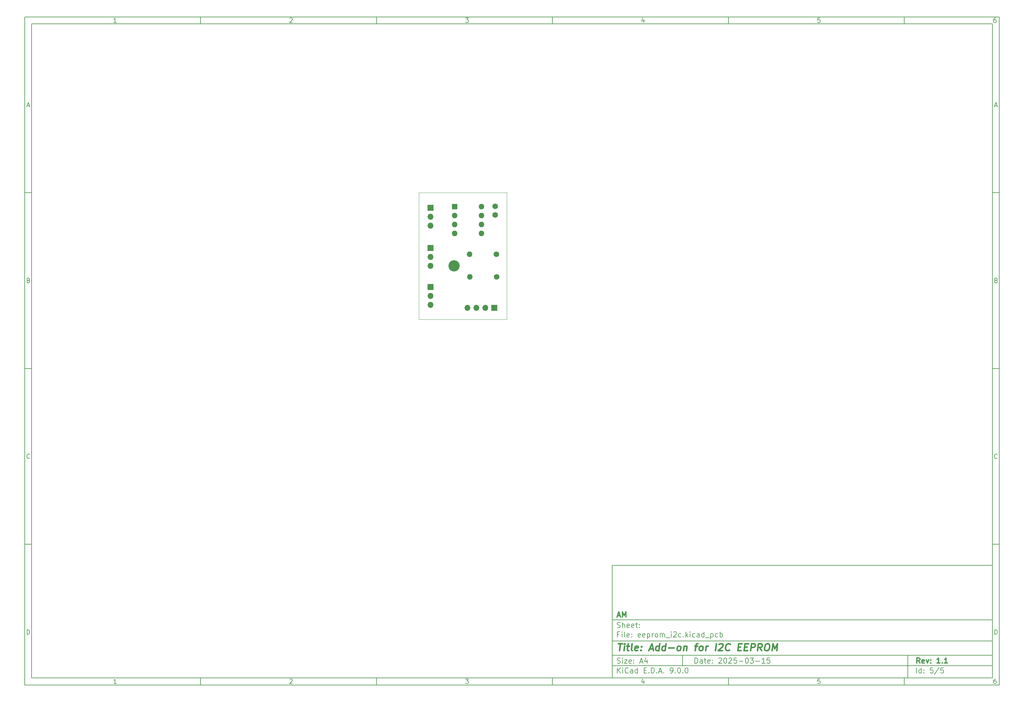
<source format=gbr>
G04 #@! TF.GenerationSoftware,KiCad,Pcbnew,9.0.0*
G04 #@! TF.CreationDate,2025-03-16T20:45:09+01:00*
G04 #@! TF.ProjectId,eeprom_i2c,65657072-6f6d-45f6-9932-632e6b696361,1.1*
G04 #@! TF.SameCoordinates,PX7459280PY5b8d800*
G04 #@! TF.FileFunction,Soldermask,Bot*
G04 #@! TF.FilePolarity,Negative*
%FSLAX46Y46*%
G04 Gerber Fmt 4.6, Leading zero omitted, Abs format (unit mm)*
G04 Created by KiCad (PCBNEW 9.0.0) date 2025-03-16 20:45:09*
%MOMM*%
%LPD*%
G01*
G04 APERTURE LIST*
%ADD10C,0.100000*%
%ADD11C,0.150000*%
%ADD12C,0.300000*%
%ADD13C,0.400000*%
%ADD14C,1.600000*%
%ADD15O,1.600000X1.600000*%
%ADD16R,1.700000X1.700000*%
%ADD17O,1.700000X1.700000*%
%ADD18C,3.200000*%
%ADD19R,1.600000X1.600000*%
G04 #@! TA.AperFunction,Profile*
%ADD20C,0.050000*%
G04 #@! TD*
G04 APERTURE END LIST*
D10*
D11*
X55002200Y-70007200D02*
X163002200Y-70007200D01*
X163002200Y-102007200D01*
X55002200Y-102007200D01*
X55002200Y-70007200D01*
D10*
D11*
X-112000000Y86000000D02*
X165002200Y86000000D01*
X165002200Y-104007200D01*
X-112000000Y-104007200D01*
X-112000000Y86000000D01*
D10*
D11*
X-110000000Y84000000D02*
X163002200Y84000000D01*
X163002200Y-102007200D01*
X-110000000Y-102007200D01*
X-110000000Y84000000D01*
D10*
D11*
X-62000000Y84000000D02*
X-62000000Y86000000D01*
D10*
D11*
X-12000000Y84000000D02*
X-12000000Y86000000D01*
D10*
D11*
X38000000Y84000000D02*
X38000000Y86000000D01*
D10*
D11*
X88000000Y84000000D02*
X88000000Y86000000D01*
D10*
D11*
X138000000Y84000000D02*
X138000000Y86000000D01*
D10*
D11*
X-85910840Y84406396D02*
X-86653697Y84406396D01*
X-86282269Y84406396D02*
X-86282269Y85706396D01*
X-86282269Y85706396D02*
X-86406078Y85520681D01*
X-86406078Y85520681D02*
X-86529888Y85396872D01*
X-86529888Y85396872D02*
X-86653697Y85334967D01*
D10*
D11*
X-36653697Y85582586D02*
X-36591793Y85644491D01*
X-36591793Y85644491D02*
X-36467983Y85706396D01*
X-36467983Y85706396D02*
X-36158459Y85706396D01*
X-36158459Y85706396D02*
X-36034650Y85644491D01*
X-36034650Y85644491D02*
X-35972745Y85582586D01*
X-35972745Y85582586D02*
X-35910840Y85458777D01*
X-35910840Y85458777D02*
X-35910840Y85334967D01*
X-35910840Y85334967D02*
X-35972745Y85149253D01*
X-35972745Y85149253D02*
X-36715602Y84406396D01*
X-36715602Y84406396D02*
X-35910840Y84406396D01*
D10*
D11*
X13284398Y85706396D02*
X14089160Y85706396D01*
X14089160Y85706396D02*
X13655826Y85211158D01*
X13655826Y85211158D02*
X13841541Y85211158D01*
X13841541Y85211158D02*
X13965350Y85149253D01*
X13965350Y85149253D02*
X14027255Y85087348D01*
X14027255Y85087348D02*
X14089160Y84963539D01*
X14089160Y84963539D02*
X14089160Y84654015D01*
X14089160Y84654015D02*
X14027255Y84530205D01*
X14027255Y84530205D02*
X13965350Y84468300D01*
X13965350Y84468300D02*
X13841541Y84406396D01*
X13841541Y84406396D02*
X13470112Y84406396D01*
X13470112Y84406396D02*
X13346303Y84468300D01*
X13346303Y84468300D02*
X13284398Y84530205D01*
D10*
D11*
X63965350Y85273062D02*
X63965350Y84406396D01*
X63655826Y85768300D02*
X63346303Y84839729D01*
X63346303Y84839729D02*
X64151064Y84839729D01*
D10*
D11*
X114027255Y85706396D02*
X113408207Y85706396D01*
X113408207Y85706396D02*
X113346303Y85087348D01*
X113346303Y85087348D02*
X113408207Y85149253D01*
X113408207Y85149253D02*
X113532017Y85211158D01*
X113532017Y85211158D02*
X113841541Y85211158D01*
X113841541Y85211158D02*
X113965350Y85149253D01*
X113965350Y85149253D02*
X114027255Y85087348D01*
X114027255Y85087348D02*
X114089160Y84963539D01*
X114089160Y84963539D02*
X114089160Y84654015D01*
X114089160Y84654015D02*
X114027255Y84530205D01*
X114027255Y84530205D02*
X113965350Y84468300D01*
X113965350Y84468300D02*
X113841541Y84406396D01*
X113841541Y84406396D02*
X113532017Y84406396D01*
X113532017Y84406396D02*
X113408207Y84468300D01*
X113408207Y84468300D02*
X113346303Y84530205D01*
D10*
D11*
X163965350Y85706396D02*
X163717731Y85706396D01*
X163717731Y85706396D02*
X163593922Y85644491D01*
X163593922Y85644491D02*
X163532017Y85582586D01*
X163532017Y85582586D02*
X163408207Y85396872D01*
X163408207Y85396872D02*
X163346303Y85149253D01*
X163346303Y85149253D02*
X163346303Y84654015D01*
X163346303Y84654015D02*
X163408207Y84530205D01*
X163408207Y84530205D02*
X163470112Y84468300D01*
X163470112Y84468300D02*
X163593922Y84406396D01*
X163593922Y84406396D02*
X163841541Y84406396D01*
X163841541Y84406396D02*
X163965350Y84468300D01*
X163965350Y84468300D02*
X164027255Y84530205D01*
X164027255Y84530205D02*
X164089160Y84654015D01*
X164089160Y84654015D02*
X164089160Y84963539D01*
X164089160Y84963539D02*
X164027255Y85087348D01*
X164027255Y85087348D02*
X163965350Y85149253D01*
X163965350Y85149253D02*
X163841541Y85211158D01*
X163841541Y85211158D02*
X163593922Y85211158D01*
X163593922Y85211158D02*
X163470112Y85149253D01*
X163470112Y85149253D02*
X163408207Y85087348D01*
X163408207Y85087348D02*
X163346303Y84963539D01*
D10*
D11*
X-62000000Y-102007200D02*
X-62000000Y-104007200D01*
D10*
D11*
X-12000000Y-102007200D02*
X-12000000Y-104007200D01*
D10*
D11*
X38000000Y-102007200D02*
X38000000Y-104007200D01*
D10*
D11*
X88000000Y-102007200D02*
X88000000Y-104007200D01*
D10*
D11*
X138000000Y-102007200D02*
X138000000Y-104007200D01*
D10*
D11*
X-85910840Y-103600804D02*
X-86653697Y-103600804D01*
X-86282269Y-103600804D02*
X-86282269Y-102300804D01*
X-86282269Y-102300804D02*
X-86406078Y-102486519D01*
X-86406078Y-102486519D02*
X-86529888Y-102610328D01*
X-86529888Y-102610328D02*
X-86653697Y-102672233D01*
D10*
D11*
X-36653697Y-102424614D02*
X-36591793Y-102362709D01*
X-36591793Y-102362709D02*
X-36467983Y-102300804D01*
X-36467983Y-102300804D02*
X-36158459Y-102300804D01*
X-36158459Y-102300804D02*
X-36034650Y-102362709D01*
X-36034650Y-102362709D02*
X-35972745Y-102424614D01*
X-35972745Y-102424614D02*
X-35910840Y-102548423D01*
X-35910840Y-102548423D02*
X-35910840Y-102672233D01*
X-35910840Y-102672233D02*
X-35972745Y-102857947D01*
X-35972745Y-102857947D02*
X-36715602Y-103600804D01*
X-36715602Y-103600804D02*
X-35910840Y-103600804D01*
D10*
D11*
X13284398Y-102300804D02*
X14089160Y-102300804D01*
X14089160Y-102300804D02*
X13655826Y-102796042D01*
X13655826Y-102796042D02*
X13841541Y-102796042D01*
X13841541Y-102796042D02*
X13965350Y-102857947D01*
X13965350Y-102857947D02*
X14027255Y-102919852D01*
X14027255Y-102919852D02*
X14089160Y-103043661D01*
X14089160Y-103043661D02*
X14089160Y-103353185D01*
X14089160Y-103353185D02*
X14027255Y-103476995D01*
X14027255Y-103476995D02*
X13965350Y-103538900D01*
X13965350Y-103538900D02*
X13841541Y-103600804D01*
X13841541Y-103600804D02*
X13470112Y-103600804D01*
X13470112Y-103600804D02*
X13346303Y-103538900D01*
X13346303Y-103538900D02*
X13284398Y-103476995D01*
D10*
D11*
X63965350Y-102734138D02*
X63965350Y-103600804D01*
X63655826Y-102238900D02*
X63346303Y-103167471D01*
X63346303Y-103167471D02*
X64151064Y-103167471D01*
D10*
D11*
X114027255Y-102300804D02*
X113408207Y-102300804D01*
X113408207Y-102300804D02*
X113346303Y-102919852D01*
X113346303Y-102919852D02*
X113408207Y-102857947D01*
X113408207Y-102857947D02*
X113532017Y-102796042D01*
X113532017Y-102796042D02*
X113841541Y-102796042D01*
X113841541Y-102796042D02*
X113965350Y-102857947D01*
X113965350Y-102857947D02*
X114027255Y-102919852D01*
X114027255Y-102919852D02*
X114089160Y-103043661D01*
X114089160Y-103043661D02*
X114089160Y-103353185D01*
X114089160Y-103353185D02*
X114027255Y-103476995D01*
X114027255Y-103476995D02*
X113965350Y-103538900D01*
X113965350Y-103538900D02*
X113841541Y-103600804D01*
X113841541Y-103600804D02*
X113532017Y-103600804D01*
X113532017Y-103600804D02*
X113408207Y-103538900D01*
X113408207Y-103538900D02*
X113346303Y-103476995D01*
D10*
D11*
X163965350Y-102300804D02*
X163717731Y-102300804D01*
X163717731Y-102300804D02*
X163593922Y-102362709D01*
X163593922Y-102362709D02*
X163532017Y-102424614D01*
X163532017Y-102424614D02*
X163408207Y-102610328D01*
X163408207Y-102610328D02*
X163346303Y-102857947D01*
X163346303Y-102857947D02*
X163346303Y-103353185D01*
X163346303Y-103353185D02*
X163408207Y-103476995D01*
X163408207Y-103476995D02*
X163470112Y-103538900D01*
X163470112Y-103538900D02*
X163593922Y-103600804D01*
X163593922Y-103600804D02*
X163841541Y-103600804D01*
X163841541Y-103600804D02*
X163965350Y-103538900D01*
X163965350Y-103538900D02*
X164027255Y-103476995D01*
X164027255Y-103476995D02*
X164089160Y-103353185D01*
X164089160Y-103353185D02*
X164089160Y-103043661D01*
X164089160Y-103043661D02*
X164027255Y-102919852D01*
X164027255Y-102919852D02*
X163965350Y-102857947D01*
X163965350Y-102857947D02*
X163841541Y-102796042D01*
X163841541Y-102796042D02*
X163593922Y-102796042D01*
X163593922Y-102796042D02*
X163470112Y-102857947D01*
X163470112Y-102857947D02*
X163408207Y-102919852D01*
X163408207Y-102919852D02*
X163346303Y-103043661D01*
D10*
D11*
X-112000000Y36000000D02*
X-110000000Y36000000D01*
D10*
D11*
X-112000000Y-14000000D02*
X-110000000Y-14000000D01*
D10*
D11*
X-112000000Y-64000000D02*
X-110000000Y-64000000D01*
D10*
D11*
X-111309524Y60777824D02*
X-110690477Y60777824D01*
X-111433334Y60406396D02*
X-111000001Y61706396D01*
X-111000001Y61706396D02*
X-110566667Y60406396D01*
D10*
D11*
X-110907143Y11087348D02*
X-110721429Y11025443D01*
X-110721429Y11025443D02*
X-110659524Y10963539D01*
X-110659524Y10963539D02*
X-110597620Y10839729D01*
X-110597620Y10839729D02*
X-110597620Y10654015D01*
X-110597620Y10654015D02*
X-110659524Y10530205D01*
X-110659524Y10530205D02*
X-110721429Y10468300D01*
X-110721429Y10468300D02*
X-110845239Y10406396D01*
X-110845239Y10406396D02*
X-111340477Y10406396D01*
X-111340477Y10406396D02*
X-111340477Y11706396D01*
X-111340477Y11706396D02*
X-110907143Y11706396D01*
X-110907143Y11706396D02*
X-110783334Y11644491D01*
X-110783334Y11644491D02*
X-110721429Y11582586D01*
X-110721429Y11582586D02*
X-110659524Y11458777D01*
X-110659524Y11458777D02*
X-110659524Y11334967D01*
X-110659524Y11334967D02*
X-110721429Y11211158D01*
X-110721429Y11211158D02*
X-110783334Y11149253D01*
X-110783334Y11149253D02*
X-110907143Y11087348D01*
X-110907143Y11087348D02*
X-111340477Y11087348D01*
D10*
D11*
X-110597620Y-39469795D02*
X-110659524Y-39531700D01*
X-110659524Y-39531700D02*
X-110845239Y-39593604D01*
X-110845239Y-39593604D02*
X-110969048Y-39593604D01*
X-110969048Y-39593604D02*
X-111154762Y-39531700D01*
X-111154762Y-39531700D02*
X-111278572Y-39407890D01*
X-111278572Y-39407890D02*
X-111340477Y-39284080D01*
X-111340477Y-39284080D02*
X-111402381Y-39036461D01*
X-111402381Y-39036461D02*
X-111402381Y-38850747D01*
X-111402381Y-38850747D02*
X-111340477Y-38603128D01*
X-111340477Y-38603128D02*
X-111278572Y-38479319D01*
X-111278572Y-38479319D02*
X-111154762Y-38355509D01*
X-111154762Y-38355509D02*
X-110969048Y-38293604D01*
X-110969048Y-38293604D02*
X-110845239Y-38293604D01*
X-110845239Y-38293604D02*
X-110659524Y-38355509D01*
X-110659524Y-38355509D02*
X-110597620Y-38417414D01*
D10*
D11*
X-111340477Y-89593604D02*
X-111340477Y-88293604D01*
X-111340477Y-88293604D02*
X-111030953Y-88293604D01*
X-111030953Y-88293604D02*
X-110845239Y-88355509D01*
X-110845239Y-88355509D02*
X-110721429Y-88479319D01*
X-110721429Y-88479319D02*
X-110659524Y-88603128D01*
X-110659524Y-88603128D02*
X-110597620Y-88850747D01*
X-110597620Y-88850747D02*
X-110597620Y-89036461D01*
X-110597620Y-89036461D02*
X-110659524Y-89284080D01*
X-110659524Y-89284080D02*
X-110721429Y-89407890D01*
X-110721429Y-89407890D02*
X-110845239Y-89531700D01*
X-110845239Y-89531700D02*
X-111030953Y-89593604D01*
X-111030953Y-89593604D02*
X-111340477Y-89593604D01*
D10*
D11*
X165002200Y36000000D02*
X163002200Y36000000D01*
D10*
D11*
X165002200Y-14000000D02*
X163002200Y-14000000D01*
D10*
D11*
X165002200Y-64000000D02*
X163002200Y-64000000D01*
D10*
D11*
X163692676Y60777824D02*
X164311723Y60777824D01*
X163568866Y60406396D02*
X164002199Y61706396D01*
X164002199Y61706396D02*
X164435533Y60406396D01*
D10*
D11*
X164095057Y11087348D02*
X164280771Y11025443D01*
X164280771Y11025443D02*
X164342676Y10963539D01*
X164342676Y10963539D02*
X164404580Y10839729D01*
X164404580Y10839729D02*
X164404580Y10654015D01*
X164404580Y10654015D02*
X164342676Y10530205D01*
X164342676Y10530205D02*
X164280771Y10468300D01*
X164280771Y10468300D02*
X164156961Y10406396D01*
X164156961Y10406396D02*
X163661723Y10406396D01*
X163661723Y10406396D02*
X163661723Y11706396D01*
X163661723Y11706396D02*
X164095057Y11706396D01*
X164095057Y11706396D02*
X164218866Y11644491D01*
X164218866Y11644491D02*
X164280771Y11582586D01*
X164280771Y11582586D02*
X164342676Y11458777D01*
X164342676Y11458777D02*
X164342676Y11334967D01*
X164342676Y11334967D02*
X164280771Y11211158D01*
X164280771Y11211158D02*
X164218866Y11149253D01*
X164218866Y11149253D02*
X164095057Y11087348D01*
X164095057Y11087348D02*
X163661723Y11087348D01*
D10*
D11*
X164404580Y-39469795D02*
X164342676Y-39531700D01*
X164342676Y-39531700D02*
X164156961Y-39593604D01*
X164156961Y-39593604D02*
X164033152Y-39593604D01*
X164033152Y-39593604D02*
X163847438Y-39531700D01*
X163847438Y-39531700D02*
X163723628Y-39407890D01*
X163723628Y-39407890D02*
X163661723Y-39284080D01*
X163661723Y-39284080D02*
X163599819Y-39036461D01*
X163599819Y-39036461D02*
X163599819Y-38850747D01*
X163599819Y-38850747D02*
X163661723Y-38603128D01*
X163661723Y-38603128D02*
X163723628Y-38479319D01*
X163723628Y-38479319D02*
X163847438Y-38355509D01*
X163847438Y-38355509D02*
X164033152Y-38293604D01*
X164033152Y-38293604D02*
X164156961Y-38293604D01*
X164156961Y-38293604D02*
X164342676Y-38355509D01*
X164342676Y-38355509D02*
X164404580Y-38417414D01*
D10*
D11*
X163661723Y-89593604D02*
X163661723Y-88293604D01*
X163661723Y-88293604D02*
X163971247Y-88293604D01*
X163971247Y-88293604D02*
X164156961Y-88355509D01*
X164156961Y-88355509D02*
X164280771Y-88479319D01*
X164280771Y-88479319D02*
X164342676Y-88603128D01*
X164342676Y-88603128D02*
X164404580Y-88850747D01*
X164404580Y-88850747D02*
X164404580Y-89036461D01*
X164404580Y-89036461D02*
X164342676Y-89284080D01*
X164342676Y-89284080D02*
X164280771Y-89407890D01*
X164280771Y-89407890D02*
X164156961Y-89531700D01*
X164156961Y-89531700D02*
X163971247Y-89593604D01*
X163971247Y-89593604D02*
X163661723Y-89593604D01*
D10*
D11*
X78458026Y-97793328D02*
X78458026Y-96293328D01*
X78458026Y-96293328D02*
X78815169Y-96293328D01*
X78815169Y-96293328D02*
X79029455Y-96364757D01*
X79029455Y-96364757D02*
X79172312Y-96507614D01*
X79172312Y-96507614D02*
X79243741Y-96650471D01*
X79243741Y-96650471D02*
X79315169Y-96936185D01*
X79315169Y-96936185D02*
X79315169Y-97150471D01*
X79315169Y-97150471D02*
X79243741Y-97436185D01*
X79243741Y-97436185D02*
X79172312Y-97579042D01*
X79172312Y-97579042D02*
X79029455Y-97721900D01*
X79029455Y-97721900D02*
X78815169Y-97793328D01*
X78815169Y-97793328D02*
X78458026Y-97793328D01*
X80600884Y-97793328D02*
X80600884Y-97007614D01*
X80600884Y-97007614D02*
X80529455Y-96864757D01*
X80529455Y-96864757D02*
X80386598Y-96793328D01*
X80386598Y-96793328D02*
X80100884Y-96793328D01*
X80100884Y-96793328D02*
X79958026Y-96864757D01*
X80600884Y-97721900D02*
X80458026Y-97793328D01*
X80458026Y-97793328D02*
X80100884Y-97793328D01*
X80100884Y-97793328D02*
X79958026Y-97721900D01*
X79958026Y-97721900D02*
X79886598Y-97579042D01*
X79886598Y-97579042D02*
X79886598Y-97436185D01*
X79886598Y-97436185D02*
X79958026Y-97293328D01*
X79958026Y-97293328D02*
X80100884Y-97221900D01*
X80100884Y-97221900D02*
X80458026Y-97221900D01*
X80458026Y-97221900D02*
X80600884Y-97150471D01*
X81100884Y-96793328D02*
X81672312Y-96793328D01*
X81315169Y-96293328D02*
X81315169Y-97579042D01*
X81315169Y-97579042D02*
X81386598Y-97721900D01*
X81386598Y-97721900D02*
X81529455Y-97793328D01*
X81529455Y-97793328D02*
X81672312Y-97793328D01*
X82743741Y-97721900D02*
X82600884Y-97793328D01*
X82600884Y-97793328D02*
X82315170Y-97793328D01*
X82315170Y-97793328D02*
X82172312Y-97721900D01*
X82172312Y-97721900D02*
X82100884Y-97579042D01*
X82100884Y-97579042D02*
X82100884Y-97007614D01*
X82100884Y-97007614D02*
X82172312Y-96864757D01*
X82172312Y-96864757D02*
X82315170Y-96793328D01*
X82315170Y-96793328D02*
X82600884Y-96793328D01*
X82600884Y-96793328D02*
X82743741Y-96864757D01*
X82743741Y-96864757D02*
X82815170Y-97007614D01*
X82815170Y-97007614D02*
X82815170Y-97150471D01*
X82815170Y-97150471D02*
X82100884Y-97293328D01*
X83458026Y-97650471D02*
X83529455Y-97721900D01*
X83529455Y-97721900D02*
X83458026Y-97793328D01*
X83458026Y-97793328D02*
X83386598Y-97721900D01*
X83386598Y-97721900D02*
X83458026Y-97650471D01*
X83458026Y-97650471D02*
X83458026Y-97793328D01*
X83458026Y-96864757D02*
X83529455Y-96936185D01*
X83529455Y-96936185D02*
X83458026Y-97007614D01*
X83458026Y-97007614D02*
X83386598Y-96936185D01*
X83386598Y-96936185D02*
X83458026Y-96864757D01*
X83458026Y-96864757D02*
X83458026Y-97007614D01*
X85243741Y-96436185D02*
X85315169Y-96364757D01*
X85315169Y-96364757D02*
X85458027Y-96293328D01*
X85458027Y-96293328D02*
X85815169Y-96293328D01*
X85815169Y-96293328D02*
X85958027Y-96364757D01*
X85958027Y-96364757D02*
X86029455Y-96436185D01*
X86029455Y-96436185D02*
X86100884Y-96579042D01*
X86100884Y-96579042D02*
X86100884Y-96721900D01*
X86100884Y-96721900D02*
X86029455Y-96936185D01*
X86029455Y-96936185D02*
X85172312Y-97793328D01*
X85172312Y-97793328D02*
X86100884Y-97793328D01*
X87029455Y-96293328D02*
X87172312Y-96293328D01*
X87172312Y-96293328D02*
X87315169Y-96364757D01*
X87315169Y-96364757D02*
X87386598Y-96436185D01*
X87386598Y-96436185D02*
X87458026Y-96579042D01*
X87458026Y-96579042D02*
X87529455Y-96864757D01*
X87529455Y-96864757D02*
X87529455Y-97221900D01*
X87529455Y-97221900D02*
X87458026Y-97507614D01*
X87458026Y-97507614D02*
X87386598Y-97650471D01*
X87386598Y-97650471D02*
X87315169Y-97721900D01*
X87315169Y-97721900D02*
X87172312Y-97793328D01*
X87172312Y-97793328D02*
X87029455Y-97793328D01*
X87029455Y-97793328D02*
X86886598Y-97721900D01*
X86886598Y-97721900D02*
X86815169Y-97650471D01*
X86815169Y-97650471D02*
X86743740Y-97507614D01*
X86743740Y-97507614D02*
X86672312Y-97221900D01*
X86672312Y-97221900D02*
X86672312Y-96864757D01*
X86672312Y-96864757D02*
X86743740Y-96579042D01*
X86743740Y-96579042D02*
X86815169Y-96436185D01*
X86815169Y-96436185D02*
X86886598Y-96364757D01*
X86886598Y-96364757D02*
X87029455Y-96293328D01*
X88100883Y-96436185D02*
X88172311Y-96364757D01*
X88172311Y-96364757D02*
X88315169Y-96293328D01*
X88315169Y-96293328D02*
X88672311Y-96293328D01*
X88672311Y-96293328D02*
X88815169Y-96364757D01*
X88815169Y-96364757D02*
X88886597Y-96436185D01*
X88886597Y-96436185D02*
X88958026Y-96579042D01*
X88958026Y-96579042D02*
X88958026Y-96721900D01*
X88958026Y-96721900D02*
X88886597Y-96936185D01*
X88886597Y-96936185D02*
X88029454Y-97793328D01*
X88029454Y-97793328D02*
X88958026Y-97793328D01*
X90315168Y-96293328D02*
X89600882Y-96293328D01*
X89600882Y-96293328D02*
X89529454Y-97007614D01*
X89529454Y-97007614D02*
X89600882Y-96936185D01*
X89600882Y-96936185D02*
X89743740Y-96864757D01*
X89743740Y-96864757D02*
X90100882Y-96864757D01*
X90100882Y-96864757D02*
X90243740Y-96936185D01*
X90243740Y-96936185D02*
X90315168Y-97007614D01*
X90315168Y-97007614D02*
X90386597Y-97150471D01*
X90386597Y-97150471D02*
X90386597Y-97507614D01*
X90386597Y-97507614D02*
X90315168Y-97650471D01*
X90315168Y-97650471D02*
X90243740Y-97721900D01*
X90243740Y-97721900D02*
X90100882Y-97793328D01*
X90100882Y-97793328D02*
X89743740Y-97793328D01*
X89743740Y-97793328D02*
X89600882Y-97721900D01*
X89600882Y-97721900D02*
X89529454Y-97650471D01*
X91029453Y-97221900D02*
X92172311Y-97221900D01*
X93172311Y-96293328D02*
X93315168Y-96293328D01*
X93315168Y-96293328D02*
X93458025Y-96364757D01*
X93458025Y-96364757D02*
X93529454Y-96436185D01*
X93529454Y-96436185D02*
X93600882Y-96579042D01*
X93600882Y-96579042D02*
X93672311Y-96864757D01*
X93672311Y-96864757D02*
X93672311Y-97221900D01*
X93672311Y-97221900D02*
X93600882Y-97507614D01*
X93600882Y-97507614D02*
X93529454Y-97650471D01*
X93529454Y-97650471D02*
X93458025Y-97721900D01*
X93458025Y-97721900D02*
X93315168Y-97793328D01*
X93315168Y-97793328D02*
X93172311Y-97793328D01*
X93172311Y-97793328D02*
X93029454Y-97721900D01*
X93029454Y-97721900D02*
X92958025Y-97650471D01*
X92958025Y-97650471D02*
X92886596Y-97507614D01*
X92886596Y-97507614D02*
X92815168Y-97221900D01*
X92815168Y-97221900D02*
X92815168Y-96864757D01*
X92815168Y-96864757D02*
X92886596Y-96579042D01*
X92886596Y-96579042D02*
X92958025Y-96436185D01*
X92958025Y-96436185D02*
X93029454Y-96364757D01*
X93029454Y-96364757D02*
X93172311Y-96293328D01*
X94172310Y-96293328D02*
X95100882Y-96293328D01*
X95100882Y-96293328D02*
X94600882Y-96864757D01*
X94600882Y-96864757D02*
X94815167Y-96864757D01*
X94815167Y-96864757D02*
X94958025Y-96936185D01*
X94958025Y-96936185D02*
X95029453Y-97007614D01*
X95029453Y-97007614D02*
X95100882Y-97150471D01*
X95100882Y-97150471D02*
X95100882Y-97507614D01*
X95100882Y-97507614D02*
X95029453Y-97650471D01*
X95029453Y-97650471D02*
X94958025Y-97721900D01*
X94958025Y-97721900D02*
X94815167Y-97793328D01*
X94815167Y-97793328D02*
X94386596Y-97793328D01*
X94386596Y-97793328D02*
X94243739Y-97721900D01*
X94243739Y-97721900D02*
X94172310Y-97650471D01*
X95743738Y-97221900D02*
X96886596Y-97221900D01*
X98386596Y-97793328D02*
X97529453Y-97793328D01*
X97958024Y-97793328D02*
X97958024Y-96293328D01*
X97958024Y-96293328D02*
X97815167Y-96507614D01*
X97815167Y-96507614D02*
X97672310Y-96650471D01*
X97672310Y-96650471D02*
X97529453Y-96721900D01*
X99743738Y-96293328D02*
X99029452Y-96293328D01*
X99029452Y-96293328D02*
X98958024Y-97007614D01*
X98958024Y-97007614D02*
X99029452Y-96936185D01*
X99029452Y-96936185D02*
X99172310Y-96864757D01*
X99172310Y-96864757D02*
X99529452Y-96864757D01*
X99529452Y-96864757D02*
X99672310Y-96936185D01*
X99672310Y-96936185D02*
X99743738Y-97007614D01*
X99743738Y-97007614D02*
X99815167Y-97150471D01*
X99815167Y-97150471D02*
X99815167Y-97507614D01*
X99815167Y-97507614D02*
X99743738Y-97650471D01*
X99743738Y-97650471D02*
X99672310Y-97721900D01*
X99672310Y-97721900D02*
X99529452Y-97793328D01*
X99529452Y-97793328D02*
X99172310Y-97793328D01*
X99172310Y-97793328D02*
X99029452Y-97721900D01*
X99029452Y-97721900D02*
X98958024Y-97650471D01*
D10*
D11*
X55002200Y-98507200D02*
X163002200Y-98507200D01*
D10*
D11*
X56458026Y-100593328D02*
X56458026Y-99093328D01*
X57315169Y-100593328D02*
X56672312Y-99736185D01*
X57315169Y-99093328D02*
X56458026Y-99950471D01*
X57958026Y-100593328D02*
X57958026Y-99593328D01*
X57958026Y-99093328D02*
X57886598Y-99164757D01*
X57886598Y-99164757D02*
X57958026Y-99236185D01*
X57958026Y-99236185D02*
X58029455Y-99164757D01*
X58029455Y-99164757D02*
X57958026Y-99093328D01*
X57958026Y-99093328D02*
X57958026Y-99236185D01*
X59529455Y-100450471D02*
X59458027Y-100521900D01*
X59458027Y-100521900D02*
X59243741Y-100593328D01*
X59243741Y-100593328D02*
X59100884Y-100593328D01*
X59100884Y-100593328D02*
X58886598Y-100521900D01*
X58886598Y-100521900D02*
X58743741Y-100379042D01*
X58743741Y-100379042D02*
X58672312Y-100236185D01*
X58672312Y-100236185D02*
X58600884Y-99950471D01*
X58600884Y-99950471D02*
X58600884Y-99736185D01*
X58600884Y-99736185D02*
X58672312Y-99450471D01*
X58672312Y-99450471D02*
X58743741Y-99307614D01*
X58743741Y-99307614D02*
X58886598Y-99164757D01*
X58886598Y-99164757D02*
X59100884Y-99093328D01*
X59100884Y-99093328D02*
X59243741Y-99093328D01*
X59243741Y-99093328D02*
X59458027Y-99164757D01*
X59458027Y-99164757D02*
X59529455Y-99236185D01*
X60815170Y-100593328D02*
X60815170Y-99807614D01*
X60815170Y-99807614D02*
X60743741Y-99664757D01*
X60743741Y-99664757D02*
X60600884Y-99593328D01*
X60600884Y-99593328D02*
X60315170Y-99593328D01*
X60315170Y-99593328D02*
X60172312Y-99664757D01*
X60815170Y-100521900D02*
X60672312Y-100593328D01*
X60672312Y-100593328D02*
X60315170Y-100593328D01*
X60315170Y-100593328D02*
X60172312Y-100521900D01*
X60172312Y-100521900D02*
X60100884Y-100379042D01*
X60100884Y-100379042D02*
X60100884Y-100236185D01*
X60100884Y-100236185D02*
X60172312Y-100093328D01*
X60172312Y-100093328D02*
X60315170Y-100021900D01*
X60315170Y-100021900D02*
X60672312Y-100021900D01*
X60672312Y-100021900D02*
X60815170Y-99950471D01*
X62172313Y-100593328D02*
X62172313Y-99093328D01*
X62172313Y-100521900D02*
X62029455Y-100593328D01*
X62029455Y-100593328D02*
X61743741Y-100593328D01*
X61743741Y-100593328D02*
X61600884Y-100521900D01*
X61600884Y-100521900D02*
X61529455Y-100450471D01*
X61529455Y-100450471D02*
X61458027Y-100307614D01*
X61458027Y-100307614D02*
X61458027Y-99879042D01*
X61458027Y-99879042D02*
X61529455Y-99736185D01*
X61529455Y-99736185D02*
X61600884Y-99664757D01*
X61600884Y-99664757D02*
X61743741Y-99593328D01*
X61743741Y-99593328D02*
X62029455Y-99593328D01*
X62029455Y-99593328D02*
X62172313Y-99664757D01*
X64029455Y-99807614D02*
X64529455Y-99807614D01*
X64743741Y-100593328D02*
X64029455Y-100593328D01*
X64029455Y-100593328D02*
X64029455Y-99093328D01*
X64029455Y-99093328D02*
X64743741Y-99093328D01*
X65386598Y-100450471D02*
X65458027Y-100521900D01*
X65458027Y-100521900D02*
X65386598Y-100593328D01*
X65386598Y-100593328D02*
X65315170Y-100521900D01*
X65315170Y-100521900D02*
X65386598Y-100450471D01*
X65386598Y-100450471D02*
X65386598Y-100593328D01*
X66100884Y-100593328D02*
X66100884Y-99093328D01*
X66100884Y-99093328D02*
X66458027Y-99093328D01*
X66458027Y-99093328D02*
X66672313Y-99164757D01*
X66672313Y-99164757D02*
X66815170Y-99307614D01*
X66815170Y-99307614D02*
X66886599Y-99450471D01*
X66886599Y-99450471D02*
X66958027Y-99736185D01*
X66958027Y-99736185D02*
X66958027Y-99950471D01*
X66958027Y-99950471D02*
X66886599Y-100236185D01*
X66886599Y-100236185D02*
X66815170Y-100379042D01*
X66815170Y-100379042D02*
X66672313Y-100521900D01*
X66672313Y-100521900D02*
X66458027Y-100593328D01*
X66458027Y-100593328D02*
X66100884Y-100593328D01*
X67600884Y-100450471D02*
X67672313Y-100521900D01*
X67672313Y-100521900D02*
X67600884Y-100593328D01*
X67600884Y-100593328D02*
X67529456Y-100521900D01*
X67529456Y-100521900D02*
X67600884Y-100450471D01*
X67600884Y-100450471D02*
X67600884Y-100593328D01*
X68243742Y-100164757D02*
X68958028Y-100164757D01*
X68100885Y-100593328D02*
X68600885Y-99093328D01*
X68600885Y-99093328D02*
X69100885Y-100593328D01*
X69600884Y-100450471D02*
X69672313Y-100521900D01*
X69672313Y-100521900D02*
X69600884Y-100593328D01*
X69600884Y-100593328D02*
X69529456Y-100521900D01*
X69529456Y-100521900D02*
X69600884Y-100450471D01*
X69600884Y-100450471D02*
X69600884Y-100593328D01*
X71529456Y-100593328D02*
X71815170Y-100593328D01*
X71815170Y-100593328D02*
X71958027Y-100521900D01*
X71958027Y-100521900D02*
X72029456Y-100450471D01*
X72029456Y-100450471D02*
X72172313Y-100236185D01*
X72172313Y-100236185D02*
X72243742Y-99950471D01*
X72243742Y-99950471D02*
X72243742Y-99379042D01*
X72243742Y-99379042D02*
X72172313Y-99236185D01*
X72172313Y-99236185D02*
X72100885Y-99164757D01*
X72100885Y-99164757D02*
X71958027Y-99093328D01*
X71958027Y-99093328D02*
X71672313Y-99093328D01*
X71672313Y-99093328D02*
X71529456Y-99164757D01*
X71529456Y-99164757D02*
X71458027Y-99236185D01*
X71458027Y-99236185D02*
X71386599Y-99379042D01*
X71386599Y-99379042D02*
X71386599Y-99736185D01*
X71386599Y-99736185D02*
X71458027Y-99879042D01*
X71458027Y-99879042D02*
X71529456Y-99950471D01*
X71529456Y-99950471D02*
X71672313Y-100021900D01*
X71672313Y-100021900D02*
X71958027Y-100021900D01*
X71958027Y-100021900D02*
X72100885Y-99950471D01*
X72100885Y-99950471D02*
X72172313Y-99879042D01*
X72172313Y-99879042D02*
X72243742Y-99736185D01*
X72886598Y-100450471D02*
X72958027Y-100521900D01*
X72958027Y-100521900D02*
X72886598Y-100593328D01*
X72886598Y-100593328D02*
X72815170Y-100521900D01*
X72815170Y-100521900D02*
X72886598Y-100450471D01*
X72886598Y-100450471D02*
X72886598Y-100593328D01*
X73886599Y-99093328D02*
X74029456Y-99093328D01*
X74029456Y-99093328D02*
X74172313Y-99164757D01*
X74172313Y-99164757D02*
X74243742Y-99236185D01*
X74243742Y-99236185D02*
X74315170Y-99379042D01*
X74315170Y-99379042D02*
X74386599Y-99664757D01*
X74386599Y-99664757D02*
X74386599Y-100021900D01*
X74386599Y-100021900D02*
X74315170Y-100307614D01*
X74315170Y-100307614D02*
X74243742Y-100450471D01*
X74243742Y-100450471D02*
X74172313Y-100521900D01*
X74172313Y-100521900D02*
X74029456Y-100593328D01*
X74029456Y-100593328D02*
X73886599Y-100593328D01*
X73886599Y-100593328D02*
X73743742Y-100521900D01*
X73743742Y-100521900D02*
X73672313Y-100450471D01*
X73672313Y-100450471D02*
X73600884Y-100307614D01*
X73600884Y-100307614D02*
X73529456Y-100021900D01*
X73529456Y-100021900D02*
X73529456Y-99664757D01*
X73529456Y-99664757D02*
X73600884Y-99379042D01*
X73600884Y-99379042D02*
X73672313Y-99236185D01*
X73672313Y-99236185D02*
X73743742Y-99164757D01*
X73743742Y-99164757D02*
X73886599Y-99093328D01*
X75029455Y-100450471D02*
X75100884Y-100521900D01*
X75100884Y-100521900D02*
X75029455Y-100593328D01*
X75029455Y-100593328D02*
X74958027Y-100521900D01*
X74958027Y-100521900D02*
X75029455Y-100450471D01*
X75029455Y-100450471D02*
X75029455Y-100593328D01*
X76029456Y-99093328D02*
X76172313Y-99093328D01*
X76172313Y-99093328D02*
X76315170Y-99164757D01*
X76315170Y-99164757D02*
X76386599Y-99236185D01*
X76386599Y-99236185D02*
X76458027Y-99379042D01*
X76458027Y-99379042D02*
X76529456Y-99664757D01*
X76529456Y-99664757D02*
X76529456Y-100021900D01*
X76529456Y-100021900D02*
X76458027Y-100307614D01*
X76458027Y-100307614D02*
X76386599Y-100450471D01*
X76386599Y-100450471D02*
X76315170Y-100521900D01*
X76315170Y-100521900D02*
X76172313Y-100593328D01*
X76172313Y-100593328D02*
X76029456Y-100593328D01*
X76029456Y-100593328D02*
X75886599Y-100521900D01*
X75886599Y-100521900D02*
X75815170Y-100450471D01*
X75815170Y-100450471D02*
X75743741Y-100307614D01*
X75743741Y-100307614D02*
X75672313Y-100021900D01*
X75672313Y-100021900D02*
X75672313Y-99664757D01*
X75672313Y-99664757D02*
X75743741Y-99379042D01*
X75743741Y-99379042D02*
X75815170Y-99236185D01*
X75815170Y-99236185D02*
X75886599Y-99164757D01*
X75886599Y-99164757D02*
X76029456Y-99093328D01*
D10*
D11*
X55002200Y-95507200D02*
X163002200Y-95507200D01*
D10*
D12*
X142413853Y-97785528D02*
X141913853Y-97071242D01*
X141556710Y-97785528D02*
X141556710Y-96285528D01*
X141556710Y-96285528D02*
X142128139Y-96285528D01*
X142128139Y-96285528D02*
X142270996Y-96356957D01*
X142270996Y-96356957D02*
X142342425Y-96428385D01*
X142342425Y-96428385D02*
X142413853Y-96571242D01*
X142413853Y-96571242D02*
X142413853Y-96785528D01*
X142413853Y-96785528D02*
X142342425Y-96928385D01*
X142342425Y-96928385D02*
X142270996Y-96999814D01*
X142270996Y-96999814D02*
X142128139Y-97071242D01*
X142128139Y-97071242D02*
X141556710Y-97071242D01*
X143628139Y-97714100D02*
X143485282Y-97785528D01*
X143485282Y-97785528D02*
X143199568Y-97785528D01*
X143199568Y-97785528D02*
X143056710Y-97714100D01*
X143056710Y-97714100D02*
X142985282Y-97571242D01*
X142985282Y-97571242D02*
X142985282Y-96999814D01*
X142985282Y-96999814D02*
X143056710Y-96856957D01*
X143056710Y-96856957D02*
X143199568Y-96785528D01*
X143199568Y-96785528D02*
X143485282Y-96785528D01*
X143485282Y-96785528D02*
X143628139Y-96856957D01*
X143628139Y-96856957D02*
X143699568Y-96999814D01*
X143699568Y-96999814D02*
X143699568Y-97142671D01*
X143699568Y-97142671D02*
X142985282Y-97285528D01*
X144199567Y-96785528D02*
X144556710Y-97785528D01*
X144556710Y-97785528D02*
X144913853Y-96785528D01*
X145485281Y-97642671D02*
X145556710Y-97714100D01*
X145556710Y-97714100D02*
X145485281Y-97785528D01*
X145485281Y-97785528D02*
X145413853Y-97714100D01*
X145413853Y-97714100D02*
X145485281Y-97642671D01*
X145485281Y-97642671D02*
X145485281Y-97785528D01*
X145485281Y-96856957D02*
X145556710Y-96928385D01*
X145556710Y-96928385D02*
X145485281Y-96999814D01*
X145485281Y-96999814D02*
X145413853Y-96928385D01*
X145413853Y-96928385D02*
X145485281Y-96856957D01*
X145485281Y-96856957D02*
X145485281Y-96999814D01*
X148128139Y-97785528D02*
X147270996Y-97785528D01*
X147699567Y-97785528D02*
X147699567Y-96285528D01*
X147699567Y-96285528D02*
X147556710Y-96499814D01*
X147556710Y-96499814D02*
X147413853Y-96642671D01*
X147413853Y-96642671D02*
X147270996Y-96714100D01*
X148770995Y-97642671D02*
X148842424Y-97714100D01*
X148842424Y-97714100D02*
X148770995Y-97785528D01*
X148770995Y-97785528D02*
X148699567Y-97714100D01*
X148699567Y-97714100D02*
X148770995Y-97642671D01*
X148770995Y-97642671D02*
X148770995Y-97785528D01*
X150270996Y-97785528D02*
X149413853Y-97785528D01*
X149842424Y-97785528D02*
X149842424Y-96285528D01*
X149842424Y-96285528D02*
X149699567Y-96499814D01*
X149699567Y-96499814D02*
X149556710Y-96642671D01*
X149556710Y-96642671D02*
X149413853Y-96714100D01*
D10*
D11*
X56386598Y-97721900D02*
X56600884Y-97793328D01*
X56600884Y-97793328D02*
X56958026Y-97793328D01*
X56958026Y-97793328D02*
X57100884Y-97721900D01*
X57100884Y-97721900D02*
X57172312Y-97650471D01*
X57172312Y-97650471D02*
X57243741Y-97507614D01*
X57243741Y-97507614D02*
X57243741Y-97364757D01*
X57243741Y-97364757D02*
X57172312Y-97221900D01*
X57172312Y-97221900D02*
X57100884Y-97150471D01*
X57100884Y-97150471D02*
X56958026Y-97079042D01*
X56958026Y-97079042D02*
X56672312Y-97007614D01*
X56672312Y-97007614D02*
X56529455Y-96936185D01*
X56529455Y-96936185D02*
X56458026Y-96864757D01*
X56458026Y-96864757D02*
X56386598Y-96721900D01*
X56386598Y-96721900D02*
X56386598Y-96579042D01*
X56386598Y-96579042D02*
X56458026Y-96436185D01*
X56458026Y-96436185D02*
X56529455Y-96364757D01*
X56529455Y-96364757D02*
X56672312Y-96293328D01*
X56672312Y-96293328D02*
X57029455Y-96293328D01*
X57029455Y-96293328D02*
X57243741Y-96364757D01*
X57886597Y-97793328D02*
X57886597Y-96793328D01*
X57886597Y-96293328D02*
X57815169Y-96364757D01*
X57815169Y-96364757D02*
X57886597Y-96436185D01*
X57886597Y-96436185D02*
X57958026Y-96364757D01*
X57958026Y-96364757D02*
X57886597Y-96293328D01*
X57886597Y-96293328D02*
X57886597Y-96436185D01*
X58458026Y-96793328D02*
X59243741Y-96793328D01*
X59243741Y-96793328D02*
X58458026Y-97793328D01*
X58458026Y-97793328D02*
X59243741Y-97793328D01*
X60386598Y-97721900D02*
X60243741Y-97793328D01*
X60243741Y-97793328D02*
X59958027Y-97793328D01*
X59958027Y-97793328D02*
X59815169Y-97721900D01*
X59815169Y-97721900D02*
X59743741Y-97579042D01*
X59743741Y-97579042D02*
X59743741Y-97007614D01*
X59743741Y-97007614D02*
X59815169Y-96864757D01*
X59815169Y-96864757D02*
X59958027Y-96793328D01*
X59958027Y-96793328D02*
X60243741Y-96793328D01*
X60243741Y-96793328D02*
X60386598Y-96864757D01*
X60386598Y-96864757D02*
X60458027Y-97007614D01*
X60458027Y-97007614D02*
X60458027Y-97150471D01*
X60458027Y-97150471D02*
X59743741Y-97293328D01*
X61100883Y-97650471D02*
X61172312Y-97721900D01*
X61172312Y-97721900D02*
X61100883Y-97793328D01*
X61100883Y-97793328D02*
X61029455Y-97721900D01*
X61029455Y-97721900D02*
X61100883Y-97650471D01*
X61100883Y-97650471D02*
X61100883Y-97793328D01*
X61100883Y-96864757D02*
X61172312Y-96936185D01*
X61172312Y-96936185D02*
X61100883Y-97007614D01*
X61100883Y-97007614D02*
X61029455Y-96936185D01*
X61029455Y-96936185D02*
X61100883Y-96864757D01*
X61100883Y-96864757D02*
X61100883Y-97007614D01*
X62886598Y-97364757D02*
X63600884Y-97364757D01*
X62743741Y-97793328D02*
X63243741Y-96293328D01*
X63243741Y-96293328D02*
X63743741Y-97793328D01*
X64886598Y-96793328D02*
X64886598Y-97793328D01*
X64529455Y-96221900D02*
X64172312Y-97293328D01*
X64172312Y-97293328D02*
X65100883Y-97293328D01*
D10*
D11*
X141458026Y-100593328D02*
X141458026Y-99093328D01*
X142815170Y-100593328D02*
X142815170Y-99093328D01*
X142815170Y-100521900D02*
X142672312Y-100593328D01*
X142672312Y-100593328D02*
X142386598Y-100593328D01*
X142386598Y-100593328D02*
X142243741Y-100521900D01*
X142243741Y-100521900D02*
X142172312Y-100450471D01*
X142172312Y-100450471D02*
X142100884Y-100307614D01*
X142100884Y-100307614D02*
X142100884Y-99879042D01*
X142100884Y-99879042D02*
X142172312Y-99736185D01*
X142172312Y-99736185D02*
X142243741Y-99664757D01*
X142243741Y-99664757D02*
X142386598Y-99593328D01*
X142386598Y-99593328D02*
X142672312Y-99593328D01*
X142672312Y-99593328D02*
X142815170Y-99664757D01*
X143529455Y-100450471D02*
X143600884Y-100521900D01*
X143600884Y-100521900D02*
X143529455Y-100593328D01*
X143529455Y-100593328D02*
X143458027Y-100521900D01*
X143458027Y-100521900D02*
X143529455Y-100450471D01*
X143529455Y-100450471D02*
X143529455Y-100593328D01*
X143529455Y-99664757D02*
X143600884Y-99736185D01*
X143600884Y-99736185D02*
X143529455Y-99807614D01*
X143529455Y-99807614D02*
X143458027Y-99736185D01*
X143458027Y-99736185D02*
X143529455Y-99664757D01*
X143529455Y-99664757D02*
X143529455Y-99807614D01*
X146100884Y-99093328D02*
X145386598Y-99093328D01*
X145386598Y-99093328D02*
X145315170Y-99807614D01*
X145315170Y-99807614D02*
X145386598Y-99736185D01*
X145386598Y-99736185D02*
X145529456Y-99664757D01*
X145529456Y-99664757D02*
X145886598Y-99664757D01*
X145886598Y-99664757D02*
X146029456Y-99736185D01*
X146029456Y-99736185D02*
X146100884Y-99807614D01*
X146100884Y-99807614D02*
X146172313Y-99950471D01*
X146172313Y-99950471D02*
X146172313Y-100307614D01*
X146172313Y-100307614D02*
X146100884Y-100450471D01*
X146100884Y-100450471D02*
X146029456Y-100521900D01*
X146029456Y-100521900D02*
X145886598Y-100593328D01*
X145886598Y-100593328D02*
X145529456Y-100593328D01*
X145529456Y-100593328D02*
X145386598Y-100521900D01*
X145386598Y-100521900D02*
X145315170Y-100450471D01*
X147886598Y-99021900D02*
X146600884Y-100950471D01*
X149100884Y-99093328D02*
X148386598Y-99093328D01*
X148386598Y-99093328D02*
X148315170Y-99807614D01*
X148315170Y-99807614D02*
X148386598Y-99736185D01*
X148386598Y-99736185D02*
X148529456Y-99664757D01*
X148529456Y-99664757D02*
X148886598Y-99664757D01*
X148886598Y-99664757D02*
X149029456Y-99736185D01*
X149029456Y-99736185D02*
X149100884Y-99807614D01*
X149100884Y-99807614D02*
X149172313Y-99950471D01*
X149172313Y-99950471D02*
X149172313Y-100307614D01*
X149172313Y-100307614D02*
X149100884Y-100450471D01*
X149100884Y-100450471D02*
X149029456Y-100521900D01*
X149029456Y-100521900D02*
X148886598Y-100593328D01*
X148886598Y-100593328D02*
X148529456Y-100593328D01*
X148529456Y-100593328D02*
X148386598Y-100521900D01*
X148386598Y-100521900D02*
X148315170Y-100450471D01*
D10*
D11*
X55002200Y-91507200D02*
X163002200Y-91507200D01*
D10*
D13*
X56693928Y-92211638D02*
X57836785Y-92211638D01*
X57015357Y-94211638D02*
X57265357Y-92211638D01*
X58253452Y-94211638D02*
X58420119Y-92878304D01*
X58503452Y-92211638D02*
X58396309Y-92306876D01*
X58396309Y-92306876D02*
X58479643Y-92402114D01*
X58479643Y-92402114D02*
X58586786Y-92306876D01*
X58586786Y-92306876D02*
X58503452Y-92211638D01*
X58503452Y-92211638D02*
X58479643Y-92402114D01*
X59086786Y-92878304D02*
X59848690Y-92878304D01*
X59455833Y-92211638D02*
X59241548Y-93925923D01*
X59241548Y-93925923D02*
X59312976Y-94116400D01*
X59312976Y-94116400D02*
X59491548Y-94211638D01*
X59491548Y-94211638D02*
X59682024Y-94211638D01*
X60634405Y-94211638D02*
X60455833Y-94116400D01*
X60455833Y-94116400D02*
X60384405Y-93925923D01*
X60384405Y-93925923D02*
X60598690Y-92211638D01*
X62170119Y-94116400D02*
X61967738Y-94211638D01*
X61967738Y-94211638D02*
X61586785Y-94211638D01*
X61586785Y-94211638D02*
X61408214Y-94116400D01*
X61408214Y-94116400D02*
X61336785Y-93925923D01*
X61336785Y-93925923D02*
X61432024Y-93164019D01*
X61432024Y-93164019D02*
X61551071Y-92973542D01*
X61551071Y-92973542D02*
X61753452Y-92878304D01*
X61753452Y-92878304D02*
X62134404Y-92878304D01*
X62134404Y-92878304D02*
X62312976Y-92973542D01*
X62312976Y-92973542D02*
X62384404Y-93164019D01*
X62384404Y-93164019D02*
X62360595Y-93354495D01*
X62360595Y-93354495D02*
X61384404Y-93544971D01*
X63134405Y-94021161D02*
X63217738Y-94116400D01*
X63217738Y-94116400D02*
X63110595Y-94211638D01*
X63110595Y-94211638D02*
X63027262Y-94116400D01*
X63027262Y-94116400D02*
X63134405Y-94021161D01*
X63134405Y-94021161D02*
X63110595Y-94211638D01*
X63265357Y-92973542D02*
X63348690Y-93068780D01*
X63348690Y-93068780D02*
X63241548Y-93164019D01*
X63241548Y-93164019D02*
X63158214Y-93068780D01*
X63158214Y-93068780D02*
X63265357Y-92973542D01*
X63265357Y-92973542D02*
X63241548Y-93164019D01*
X65562977Y-93640209D02*
X66515358Y-93640209D01*
X65301072Y-94211638D02*
X66217739Y-92211638D01*
X66217739Y-92211638D02*
X66634405Y-94211638D01*
X68158215Y-94211638D02*
X68408215Y-92211638D01*
X68170120Y-94116400D02*
X67967739Y-94211638D01*
X67967739Y-94211638D02*
X67586787Y-94211638D01*
X67586787Y-94211638D02*
X67408215Y-94116400D01*
X67408215Y-94116400D02*
X67324882Y-94021161D01*
X67324882Y-94021161D02*
X67253453Y-93830685D01*
X67253453Y-93830685D02*
X67324882Y-93259257D01*
X67324882Y-93259257D02*
X67443929Y-93068780D01*
X67443929Y-93068780D02*
X67551072Y-92973542D01*
X67551072Y-92973542D02*
X67753453Y-92878304D01*
X67753453Y-92878304D02*
X68134406Y-92878304D01*
X68134406Y-92878304D02*
X68312977Y-92973542D01*
X69967739Y-94211638D02*
X70217739Y-92211638D01*
X69979644Y-94116400D02*
X69777263Y-94211638D01*
X69777263Y-94211638D02*
X69396311Y-94211638D01*
X69396311Y-94211638D02*
X69217739Y-94116400D01*
X69217739Y-94116400D02*
X69134406Y-94021161D01*
X69134406Y-94021161D02*
X69062977Y-93830685D01*
X69062977Y-93830685D02*
X69134406Y-93259257D01*
X69134406Y-93259257D02*
X69253453Y-93068780D01*
X69253453Y-93068780D02*
X69360596Y-92973542D01*
X69360596Y-92973542D02*
X69562977Y-92878304D01*
X69562977Y-92878304D02*
X69943930Y-92878304D01*
X69943930Y-92878304D02*
X70122501Y-92973542D01*
X71015358Y-93449733D02*
X72539168Y-93449733D01*
X73682025Y-94211638D02*
X73503453Y-94116400D01*
X73503453Y-94116400D02*
X73420120Y-94021161D01*
X73420120Y-94021161D02*
X73348691Y-93830685D01*
X73348691Y-93830685D02*
X73420120Y-93259257D01*
X73420120Y-93259257D02*
X73539167Y-93068780D01*
X73539167Y-93068780D02*
X73646310Y-92973542D01*
X73646310Y-92973542D02*
X73848691Y-92878304D01*
X73848691Y-92878304D02*
X74134405Y-92878304D01*
X74134405Y-92878304D02*
X74312977Y-92973542D01*
X74312977Y-92973542D02*
X74396310Y-93068780D01*
X74396310Y-93068780D02*
X74467739Y-93259257D01*
X74467739Y-93259257D02*
X74396310Y-93830685D01*
X74396310Y-93830685D02*
X74277263Y-94021161D01*
X74277263Y-94021161D02*
X74170120Y-94116400D01*
X74170120Y-94116400D02*
X73967739Y-94211638D01*
X73967739Y-94211638D02*
X73682025Y-94211638D01*
X75372501Y-92878304D02*
X75205834Y-94211638D01*
X75348691Y-93068780D02*
X75455834Y-92973542D01*
X75455834Y-92973542D02*
X75658215Y-92878304D01*
X75658215Y-92878304D02*
X75943929Y-92878304D01*
X75943929Y-92878304D02*
X76122501Y-92973542D01*
X76122501Y-92973542D02*
X76193929Y-93164019D01*
X76193929Y-93164019D02*
X76062977Y-94211638D01*
X78420121Y-92878304D02*
X79182025Y-92878304D01*
X78539168Y-94211638D02*
X78753454Y-92497352D01*
X78753454Y-92497352D02*
X78872502Y-92306876D01*
X78872502Y-92306876D02*
X79074883Y-92211638D01*
X79074883Y-92211638D02*
X79265359Y-92211638D01*
X79967740Y-94211638D02*
X79789168Y-94116400D01*
X79789168Y-94116400D02*
X79705835Y-94021161D01*
X79705835Y-94021161D02*
X79634406Y-93830685D01*
X79634406Y-93830685D02*
X79705835Y-93259257D01*
X79705835Y-93259257D02*
X79824882Y-93068780D01*
X79824882Y-93068780D02*
X79932025Y-92973542D01*
X79932025Y-92973542D02*
X80134406Y-92878304D01*
X80134406Y-92878304D02*
X80420120Y-92878304D01*
X80420120Y-92878304D02*
X80598692Y-92973542D01*
X80598692Y-92973542D02*
X80682025Y-93068780D01*
X80682025Y-93068780D02*
X80753454Y-93259257D01*
X80753454Y-93259257D02*
X80682025Y-93830685D01*
X80682025Y-93830685D02*
X80562978Y-94021161D01*
X80562978Y-94021161D02*
X80455835Y-94116400D01*
X80455835Y-94116400D02*
X80253454Y-94211638D01*
X80253454Y-94211638D02*
X79967740Y-94211638D01*
X81491549Y-94211638D02*
X81658216Y-92878304D01*
X81610597Y-93259257D02*
X81729644Y-93068780D01*
X81729644Y-93068780D02*
X81836787Y-92973542D01*
X81836787Y-92973542D02*
X82039168Y-92878304D01*
X82039168Y-92878304D02*
X82229644Y-92878304D01*
X84253454Y-94211638D02*
X84503454Y-92211638D01*
X85336788Y-92402114D02*
X85443930Y-92306876D01*
X85443930Y-92306876D02*
X85646311Y-92211638D01*
X85646311Y-92211638D02*
X86122502Y-92211638D01*
X86122502Y-92211638D02*
X86301073Y-92306876D01*
X86301073Y-92306876D02*
X86384407Y-92402114D01*
X86384407Y-92402114D02*
X86455835Y-92592590D01*
X86455835Y-92592590D02*
X86432026Y-92783066D01*
X86432026Y-92783066D02*
X86301073Y-93068780D01*
X86301073Y-93068780D02*
X85015359Y-94211638D01*
X85015359Y-94211638D02*
X86253454Y-94211638D01*
X88277264Y-94021161D02*
X88170121Y-94116400D01*
X88170121Y-94116400D02*
X87872502Y-94211638D01*
X87872502Y-94211638D02*
X87682026Y-94211638D01*
X87682026Y-94211638D02*
X87408216Y-94116400D01*
X87408216Y-94116400D02*
X87241550Y-93925923D01*
X87241550Y-93925923D02*
X87170121Y-93735447D01*
X87170121Y-93735447D02*
X87122502Y-93354495D01*
X87122502Y-93354495D02*
X87158216Y-93068780D01*
X87158216Y-93068780D02*
X87301073Y-92687828D01*
X87301073Y-92687828D02*
X87420121Y-92497352D01*
X87420121Y-92497352D02*
X87634407Y-92306876D01*
X87634407Y-92306876D02*
X87932026Y-92211638D01*
X87932026Y-92211638D02*
X88122502Y-92211638D01*
X88122502Y-92211638D02*
X88396312Y-92306876D01*
X88396312Y-92306876D02*
X88479645Y-92402114D01*
X90765360Y-93164019D02*
X91432026Y-93164019D01*
X91586788Y-94211638D02*
X90634407Y-94211638D01*
X90634407Y-94211638D02*
X90884407Y-92211638D01*
X90884407Y-92211638D02*
X91836788Y-92211638D01*
X92574884Y-93164019D02*
X93241550Y-93164019D01*
X93396312Y-94211638D02*
X92443931Y-94211638D01*
X92443931Y-94211638D02*
X92693931Y-92211638D01*
X92693931Y-92211638D02*
X93646312Y-92211638D01*
X94253455Y-94211638D02*
X94503455Y-92211638D01*
X94503455Y-92211638D02*
X95265360Y-92211638D01*
X95265360Y-92211638D02*
X95443931Y-92306876D01*
X95443931Y-92306876D02*
X95527265Y-92402114D01*
X95527265Y-92402114D02*
X95598693Y-92592590D01*
X95598693Y-92592590D02*
X95562979Y-92878304D01*
X95562979Y-92878304D02*
X95443931Y-93068780D01*
X95443931Y-93068780D02*
X95336789Y-93164019D01*
X95336789Y-93164019D02*
X95134408Y-93259257D01*
X95134408Y-93259257D02*
X94372503Y-93259257D01*
X97396312Y-94211638D02*
X96848693Y-93259257D01*
X96253455Y-94211638D02*
X96503455Y-92211638D01*
X96503455Y-92211638D02*
X97265360Y-92211638D01*
X97265360Y-92211638D02*
X97443931Y-92306876D01*
X97443931Y-92306876D02*
X97527265Y-92402114D01*
X97527265Y-92402114D02*
X97598693Y-92592590D01*
X97598693Y-92592590D02*
X97562979Y-92878304D01*
X97562979Y-92878304D02*
X97443931Y-93068780D01*
X97443931Y-93068780D02*
X97336789Y-93164019D01*
X97336789Y-93164019D02*
X97134408Y-93259257D01*
X97134408Y-93259257D02*
X96372503Y-93259257D01*
X98884408Y-92211638D02*
X99265360Y-92211638D01*
X99265360Y-92211638D02*
X99443931Y-92306876D01*
X99443931Y-92306876D02*
X99610598Y-92497352D01*
X99610598Y-92497352D02*
X99658217Y-92878304D01*
X99658217Y-92878304D02*
X99574884Y-93544971D01*
X99574884Y-93544971D02*
X99432027Y-93925923D01*
X99432027Y-93925923D02*
X99217741Y-94116400D01*
X99217741Y-94116400D02*
X99015360Y-94211638D01*
X99015360Y-94211638D02*
X98634408Y-94211638D01*
X98634408Y-94211638D02*
X98455836Y-94116400D01*
X98455836Y-94116400D02*
X98289170Y-93925923D01*
X98289170Y-93925923D02*
X98241550Y-93544971D01*
X98241550Y-93544971D02*
X98324884Y-92878304D01*
X98324884Y-92878304D02*
X98467741Y-92497352D01*
X98467741Y-92497352D02*
X98682027Y-92306876D01*
X98682027Y-92306876D02*
X98884408Y-92211638D01*
X100348693Y-94211638D02*
X100598693Y-92211638D01*
X100598693Y-92211638D02*
X101086788Y-93640209D01*
X101086788Y-93640209D02*
X101932027Y-92211638D01*
X101932027Y-92211638D02*
X101682027Y-94211638D01*
D10*
D11*
X56958026Y-89607614D02*
X56458026Y-89607614D01*
X56458026Y-90393328D02*
X56458026Y-88893328D01*
X56458026Y-88893328D02*
X57172312Y-88893328D01*
X57743740Y-90393328D02*
X57743740Y-89393328D01*
X57743740Y-88893328D02*
X57672312Y-88964757D01*
X57672312Y-88964757D02*
X57743740Y-89036185D01*
X57743740Y-89036185D02*
X57815169Y-88964757D01*
X57815169Y-88964757D02*
X57743740Y-88893328D01*
X57743740Y-88893328D02*
X57743740Y-89036185D01*
X58672312Y-90393328D02*
X58529455Y-90321900D01*
X58529455Y-90321900D02*
X58458026Y-90179042D01*
X58458026Y-90179042D02*
X58458026Y-88893328D01*
X59815169Y-90321900D02*
X59672312Y-90393328D01*
X59672312Y-90393328D02*
X59386598Y-90393328D01*
X59386598Y-90393328D02*
X59243740Y-90321900D01*
X59243740Y-90321900D02*
X59172312Y-90179042D01*
X59172312Y-90179042D02*
X59172312Y-89607614D01*
X59172312Y-89607614D02*
X59243740Y-89464757D01*
X59243740Y-89464757D02*
X59386598Y-89393328D01*
X59386598Y-89393328D02*
X59672312Y-89393328D01*
X59672312Y-89393328D02*
X59815169Y-89464757D01*
X59815169Y-89464757D02*
X59886598Y-89607614D01*
X59886598Y-89607614D02*
X59886598Y-89750471D01*
X59886598Y-89750471D02*
X59172312Y-89893328D01*
X60529454Y-90250471D02*
X60600883Y-90321900D01*
X60600883Y-90321900D02*
X60529454Y-90393328D01*
X60529454Y-90393328D02*
X60458026Y-90321900D01*
X60458026Y-90321900D02*
X60529454Y-90250471D01*
X60529454Y-90250471D02*
X60529454Y-90393328D01*
X60529454Y-89464757D02*
X60600883Y-89536185D01*
X60600883Y-89536185D02*
X60529454Y-89607614D01*
X60529454Y-89607614D02*
X60458026Y-89536185D01*
X60458026Y-89536185D02*
X60529454Y-89464757D01*
X60529454Y-89464757D02*
X60529454Y-89607614D01*
X62958026Y-90321900D02*
X62815169Y-90393328D01*
X62815169Y-90393328D02*
X62529455Y-90393328D01*
X62529455Y-90393328D02*
X62386597Y-90321900D01*
X62386597Y-90321900D02*
X62315169Y-90179042D01*
X62315169Y-90179042D02*
X62315169Y-89607614D01*
X62315169Y-89607614D02*
X62386597Y-89464757D01*
X62386597Y-89464757D02*
X62529455Y-89393328D01*
X62529455Y-89393328D02*
X62815169Y-89393328D01*
X62815169Y-89393328D02*
X62958026Y-89464757D01*
X62958026Y-89464757D02*
X63029455Y-89607614D01*
X63029455Y-89607614D02*
X63029455Y-89750471D01*
X63029455Y-89750471D02*
X62315169Y-89893328D01*
X64243740Y-90321900D02*
X64100883Y-90393328D01*
X64100883Y-90393328D02*
X63815169Y-90393328D01*
X63815169Y-90393328D02*
X63672311Y-90321900D01*
X63672311Y-90321900D02*
X63600883Y-90179042D01*
X63600883Y-90179042D02*
X63600883Y-89607614D01*
X63600883Y-89607614D02*
X63672311Y-89464757D01*
X63672311Y-89464757D02*
X63815169Y-89393328D01*
X63815169Y-89393328D02*
X64100883Y-89393328D01*
X64100883Y-89393328D02*
X64243740Y-89464757D01*
X64243740Y-89464757D02*
X64315169Y-89607614D01*
X64315169Y-89607614D02*
X64315169Y-89750471D01*
X64315169Y-89750471D02*
X63600883Y-89893328D01*
X64958025Y-89393328D02*
X64958025Y-90893328D01*
X64958025Y-89464757D02*
X65100883Y-89393328D01*
X65100883Y-89393328D02*
X65386597Y-89393328D01*
X65386597Y-89393328D02*
X65529454Y-89464757D01*
X65529454Y-89464757D02*
X65600883Y-89536185D01*
X65600883Y-89536185D02*
X65672311Y-89679042D01*
X65672311Y-89679042D02*
X65672311Y-90107614D01*
X65672311Y-90107614D02*
X65600883Y-90250471D01*
X65600883Y-90250471D02*
X65529454Y-90321900D01*
X65529454Y-90321900D02*
X65386597Y-90393328D01*
X65386597Y-90393328D02*
X65100883Y-90393328D01*
X65100883Y-90393328D02*
X64958025Y-90321900D01*
X66315168Y-90393328D02*
X66315168Y-89393328D01*
X66315168Y-89679042D02*
X66386597Y-89536185D01*
X66386597Y-89536185D02*
X66458026Y-89464757D01*
X66458026Y-89464757D02*
X66600883Y-89393328D01*
X66600883Y-89393328D02*
X66743740Y-89393328D01*
X67458025Y-90393328D02*
X67315168Y-90321900D01*
X67315168Y-90321900D02*
X67243739Y-90250471D01*
X67243739Y-90250471D02*
X67172311Y-90107614D01*
X67172311Y-90107614D02*
X67172311Y-89679042D01*
X67172311Y-89679042D02*
X67243739Y-89536185D01*
X67243739Y-89536185D02*
X67315168Y-89464757D01*
X67315168Y-89464757D02*
X67458025Y-89393328D01*
X67458025Y-89393328D02*
X67672311Y-89393328D01*
X67672311Y-89393328D02*
X67815168Y-89464757D01*
X67815168Y-89464757D02*
X67886597Y-89536185D01*
X67886597Y-89536185D02*
X67958025Y-89679042D01*
X67958025Y-89679042D02*
X67958025Y-90107614D01*
X67958025Y-90107614D02*
X67886597Y-90250471D01*
X67886597Y-90250471D02*
X67815168Y-90321900D01*
X67815168Y-90321900D02*
X67672311Y-90393328D01*
X67672311Y-90393328D02*
X67458025Y-90393328D01*
X68600882Y-90393328D02*
X68600882Y-89393328D01*
X68600882Y-89536185D02*
X68672311Y-89464757D01*
X68672311Y-89464757D02*
X68815168Y-89393328D01*
X68815168Y-89393328D02*
X69029454Y-89393328D01*
X69029454Y-89393328D02*
X69172311Y-89464757D01*
X69172311Y-89464757D02*
X69243740Y-89607614D01*
X69243740Y-89607614D02*
X69243740Y-90393328D01*
X69243740Y-89607614D02*
X69315168Y-89464757D01*
X69315168Y-89464757D02*
X69458025Y-89393328D01*
X69458025Y-89393328D02*
X69672311Y-89393328D01*
X69672311Y-89393328D02*
X69815168Y-89464757D01*
X69815168Y-89464757D02*
X69886597Y-89607614D01*
X69886597Y-89607614D02*
X69886597Y-90393328D01*
X70243740Y-90536185D02*
X71386597Y-90536185D01*
X71743739Y-90393328D02*
X71743739Y-89393328D01*
X71743739Y-88893328D02*
X71672311Y-88964757D01*
X71672311Y-88964757D02*
X71743739Y-89036185D01*
X71743739Y-89036185D02*
X71815168Y-88964757D01*
X71815168Y-88964757D02*
X71743739Y-88893328D01*
X71743739Y-88893328D02*
X71743739Y-89036185D01*
X72386597Y-89036185D02*
X72458025Y-88964757D01*
X72458025Y-88964757D02*
X72600883Y-88893328D01*
X72600883Y-88893328D02*
X72958025Y-88893328D01*
X72958025Y-88893328D02*
X73100883Y-88964757D01*
X73100883Y-88964757D02*
X73172311Y-89036185D01*
X73172311Y-89036185D02*
X73243740Y-89179042D01*
X73243740Y-89179042D02*
X73243740Y-89321900D01*
X73243740Y-89321900D02*
X73172311Y-89536185D01*
X73172311Y-89536185D02*
X72315168Y-90393328D01*
X72315168Y-90393328D02*
X73243740Y-90393328D01*
X74529454Y-90321900D02*
X74386596Y-90393328D01*
X74386596Y-90393328D02*
X74100882Y-90393328D01*
X74100882Y-90393328D02*
X73958025Y-90321900D01*
X73958025Y-90321900D02*
X73886596Y-90250471D01*
X73886596Y-90250471D02*
X73815168Y-90107614D01*
X73815168Y-90107614D02*
X73815168Y-89679042D01*
X73815168Y-89679042D02*
X73886596Y-89536185D01*
X73886596Y-89536185D02*
X73958025Y-89464757D01*
X73958025Y-89464757D02*
X74100882Y-89393328D01*
X74100882Y-89393328D02*
X74386596Y-89393328D01*
X74386596Y-89393328D02*
X74529454Y-89464757D01*
X75172310Y-90250471D02*
X75243739Y-90321900D01*
X75243739Y-90321900D02*
X75172310Y-90393328D01*
X75172310Y-90393328D02*
X75100882Y-90321900D01*
X75100882Y-90321900D02*
X75172310Y-90250471D01*
X75172310Y-90250471D02*
X75172310Y-90393328D01*
X75886596Y-90393328D02*
X75886596Y-88893328D01*
X76029454Y-89821900D02*
X76458025Y-90393328D01*
X76458025Y-89393328D02*
X75886596Y-89964757D01*
X77100882Y-90393328D02*
X77100882Y-89393328D01*
X77100882Y-88893328D02*
X77029454Y-88964757D01*
X77029454Y-88964757D02*
X77100882Y-89036185D01*
X77100882Y-89036185D02*
X77172311Y-88964757D01*
X77172311Y-88964757D02*
X77100882Y-88893328D01*
X77100882Y-88893328D02*
X77100882Y-89036185D01*
X78458026Y-90321900D02*
X78315168Y-90393328D01*
X78315168Y-90393328D02*
X78029454Y-90393328D01*
X78029454Y-90393328D02*
X77886597Y-90321900D01*
X77886597Y-90321900D02*
X77815168Y-90250471D01*
X77815168Y-90250471D02*
X77743740Y-90107614D01*
X77743740Y-90107614D02*
X77743740Y-89679042D01*
X77743740Y-89679042D02*
X77815168Y-89536185D01*
X77815168Y-89536185D02*
X77886597Y-89464757D01*
X77886597Y-89464757D02*
X78029454Y-89393328D01*
X78029454Y-89393328D02*
X78315168Y-89393328D01*
X78315168Y-89393328D02*
X78458026Y-89464757D01*
X79743740Y-90393328D02*
X79743740Y-89607614D01*
X79743740Y-89607614D02*
X79672311Y-89464757D01*
X79672311Y-89464757D02*
X79529454Y-89393328D01*
X79529454Y-89393328D02*
X79243740Y-89393328D01*
X79243740Y-89393328D02*
X79100882Y-89464757D01*
X79743740Y-90321900D02*
X79600882Y-90393328D01*
X79600882Y-90393328D02*
X79243740Y-90393328D01*
X79243740Y-90393328D02*
X79100882Y-90321900D01*
X79100882Y-90321900D02*
X79029454Y-90179042D01*
X79029454Y-90179042D02*
X79029454Y-90036185D01*
X79029454Y-90036185D02*
X79100882Y-89893328D01*
X79100882Y-89893328D02*
X79243740Y-89821900D01*
X79243740Y-89821900D02*
X79600882Y-89821900D01*
X79600882Y-89821900D02*
X79743740Y-89750471D01*
X81100883Y-90393328D02*
X81100883Y-88893328D01*
X81100883Y-90321900D02*
X80958025Y-90393328D01*
X80958025Y-90393328D02*
X80672311Y-90393328D01*
X80672311Y-90393328D02*
X80529454Y-90321900D01*
X80529454Y-90321900D02*
X80458025Y-90250471D01*
X80458025Y-90250471D02*
X80386597Y-90107614D01*
X80386597Y-90107614D02*
X80386597Y-89679042D01*
X80386597Y-89679042D02*
X80458025Y-89536185D01*
X80458025Y-89536185D02*
X80529454Y-89464757D01*
X80529454Y-89464757D02*
X80672311Y-89393328D01*
X80672311Y-89393328D02*
X80958025Y-89393328D01*
X80958025Y-89393328D02*
X81100883Y-89464757D01*
X81458026Y-90536185D02*
X82600883Y-90536185D01*
X82958025Y-89393328D02*
X82958025Y-90893328D01*
X82958025Y-89464757D02*
X83100883Y-89393328D01*
X83100883Y-89393328D02*
X83386597Y-89393328D01*
X83386597Y-89393328D02*
X83529454Y-89464757D01*
X83529454Y-89464757D02*
X83600883Y-89536185D01*
X83600883Y-89536185D02*
X83672311Y-89679042D01*
X83672311Y-89679042D02*
X83672311Y-90107614D01*
X83672311Y-90107614D02*
X83600883Y-90250471D01*
X83600883Y-90250471D02*
X83529454Y-90321900D01*
X83529454Y-90321900D02*
X83386597Y-90393328D01*
X83386597Y-90393328D02*
X83100883Y-90393328D01*
X83100883Y-90393328D02*
X82958025Y-90321900D01*
X84958026Y-90321900D02*
X84815168Y-90393328D01*
X84815168Y-90393328D02*
X84529454Y-90393328D01*
X84529454Y-90393328D02*
X84386597Y-90321900D01*
X84386597Y-90321900D02*
X84315168Y-90250471D01*
X84315168Y-90250471D02*
X84243740Y-90107614D01*
X84243740Y-90107614D02*
X84243740Y-89679042D01*
X84243740Y-89679042D02*
X84315168Y-89536185D01*
X84315168Y-89536185D02*
X84386597Y-89464757D01*
X84386597Y-89464757D02*
X84529454Y-89393328D01*
X84529454Y-89393328D02*
X84815168Y-89393328D01*
X84815168Y-89393328D02*
X84958026Y-89464757D01*
X85600882Y-90393328D02*
X85600882Y-88893328D01*
X85600882Y-89464757D02*
X85743740Y-89393328D01*
X85743740Y-89393328D02*
X86029454Y-89393328D01*
X86029454Y-89393328D02*
X86172311Y-89464757D01*
X86172311Y-89464757D02*
X86243740Y-89536185D01*
X86243740Y-89536185D02*
X86315168Y-89679042D01*
X86315168Y-89679042D02*
X86315168Y-90107614D01*
X86315168Y-90107614D02*
X86243740Y-90250471D01*
X86243740Y-90250471D02*
X86172311Y-90321900D01*
X86172311Y-90321900D02*
X86029454Y-90393328D01*
X86029454Y-90393328D02*
X85743740Y-90393328D01*
X85743740Y-90393328D02*
X85600882Y-90321900D01*
D10*
D11*
X55002200Y-85507200D02*
X163002200Y-85507200D01*
D10*
D11*
X56386598Y-87621900D02*
X56600884Y-87693328D01*
X56600884Y-87693328D02*
X56958026Y-87693328D01*
X56958026Y-87693328D02*
X57100884Y-87621900D01*
X57100884Y-87621900D02*
X57172312Y-87550471D01*
X57172312Y-87550471D02*
X57243741Y-87407614D01*
X57243741Y-87407614D02*
X57243741Y-87264757D01*
X57243741Y-87264757D02*
X57172312Y-87121900D01*
X57172312Y-87121900D02*
X57100884Y-87050471D01*
X57100884Y-87050471D02*
X56958026Y-86979042D01*
X56958026Y-86979042D02*
X56672312Y-86907614D01*
X56672312Y-86907614D02*
X56529455Y-86836185D01*
X56529455Y-86836185D02*
X56458026Y-86764757D01*
X56458026Y-86764757D02*
X56386598Y-86621900D01*
X56386598Y-86621900D02*
X56386598Y-86479042D01*
X56386598Y-86479042D02*
X56458026Y-86336185D01*
X56458026Y-86336185D02*
X56529455Y-86264757D01*
X56529455Y-86264757D02*
X56672312Y-86193328D01*
X56672312Y-86193328D02*
X57029455Y-86193328D01*
X57029455Y-86193328D02*
X57243741Y-86264757D01*
X57886597Y-87693328D02*
X57886597Y-86193328D01*
X58529455Y-87693328D02*
X58529455Y-86907614D01*
X58529455Y-86907614D02*
X58458026Y-86764757D01*
X58458026Y-86764757D02*
X58315169Y-86693328D01*
X58315169Y-86693328D02*
X58100883Y-86693328D01*
X58100883Y-86693328D02*
X57958026Y-86764757D01*
X57958026Y-86764757D02*
X57886597Y-86836185D01*
X59815169Y-87621900D02*
X59672312Y-87693328D01*
X59672312Y-87693328D02*
X59386598Y-87693328D01*
X59386598Y-87693328D02*
X59243740Y-87621900D01*
X59243740Y-87621900D02*
X59172312Y-87479042D01*
X59172312Y-87479042D02*
X59172312Y-86907614D01*
X59172312Y-86907614D02*
X59243740Y-86764757D01*
X59243740Y-86764757D02*
X59386598Y-86693328D01*
X59386598Y-86693328D02*
X59672312Y-86693328D01*
X59672312Y-86693328D02*
X59815169Y-86764757D01*
X59815169Y-86764757D02*
X59886598Y-86907614D01*
X59886598Y-86907614D02*
X59886598Y-87050471D01*
X59886598Y-87050471D02*
X59172312Y-87193328D01*
X61100883Y-87621900D02*
X60958026Y-87693328D01*
X60958026Y-87693328D02*
X60672312Y-87693328D01*
X60672312Y-87693328D02*
X60529454Y-87621900D01*
X60529454Y-87621900D02*
X60458026Y-87479042D01*
X60458026Y-87479042D02*
X60458026Y-86907614D01*
X60458026Y-86907614D02*
X60529454Y-86764757D01*
X60529454Y-86764757D02*
X60672312Y-86693328D01*
X60672312Y-86693328D02*
X60958026Y-86693328D01*
X60958026Y-86693328D02*
X61100883Y-86764757D01*
X61100883Y-86764757D02*
X61172312Y-86907614D01*
X61172312Y-86907614D02*
X61172312Y-87050471D01*
X61172312Y-87050471D02*
X60458026Y-87193328D01*
X61600883Y-86693328D02*
X62172311Y-86693328D01*
X61815168Y-86193328D02*
X61815168Y-87479042D01*
X61815168Y-87479042D02*
X61886597Y-87621900D01*
X61886597Y-87621900D02*
X62029454Y-87693328D01*
X62029454Y-87693328D02*
X62172311Y-87693328D01*
X62672311Y-87550471D02*
X62743740Y-87621900D01*
X62743740Y-87621900D02*
X62672311Y-87693328D01*
X62672311Y-87693328D02*
X62600883Y-87621900D01*
X62600883Y-87621900D02*
X62672311Y-87550471D01*
X62672311Y-87550471D02*
X62672311Y-87693328D01*
X62672311Y-86764757D02*
X62743740Y-86836185D01*
X62743740Y-86836185D02*
X62672311Y-86907614D01*
X62672311Y-86907614D02*
X62600883Y-86836185D01*
X62600883Y-86836185D02*
X62672311Y-86764757D01*
X62672311Y-86764757D02*
X62672311Y-86907614D01*
D10*
D12*
X56485282Y-84256957D02*
X57199568Y-84256957D01*
X56342425Y-84685528D02*
X56842425Y-83185528D01*
X56842425Y-83185528D02*
X57342425Y-84685528D01*
X57842424Y-84685528D02*
X57842424Y-83185528D01*
X57842424Y-83185528D02*
X58342424Y-84256957D01*
X58342424Y-84256957D02*
X58842424Y-83185528D01*
X58842424Y-83185528D02*
X58842424Y-84685528D01*
D10*
D11*
X75002200Y-95507200D02*
X75002200Y-98507200D01*
D10*
D11*
X139002200Y-95507200D02*
X139002200Y-102007200D01*
D14*
G04 #@! TO.C,R1*
X22120000Y12050000D03*
D15*
X14500000Y12050000D03*
G04 #@! TD*
D16*
G04 #@! TO.C,J1*
X3300000Y31730000D03*
D17*
X3300000Y29190000D03*
X3300000Y26650000D03*
G04 #@! TD*
D16*
G04 #@! TO.C,J4*
X21440000Y3250000D03*
D17*
X18900000Y3250000D03*
X16360000Y3250000D03*
X13820000Y3250000D03*
G04 #@! TD*
D18*
G04 #@! TO.C,H1*
X10050000Y15200000D03*
G04 #@! TD*
D16*
G04 #@! TO.C,J2*
X3300000Y20245000D03*
D17*
X3300000Y17705000D03*
X3300000Y15165000D03*
G04 #@! TD*
D15*
G04 #@! TO.C,U1*
X17820000Y32090000D03*
X17820000Y29550000D03*
X17820000Y27010000D03*
X17820000Y24470000D03*
X10200000Y24470000D03*
X10200000Y27010000D03*
X10200000Y29550000D03*
D19*
X10200000Y32090000D03*
G04 #@! TD*
D14*
G04 #@! TO.C,C1*
X21700000Y32150000D03*
X21700000Y29650000D03*
G04 #@! TD*
G04 #@! TO.C,R2*
X22010000Y18500000D03*
D15*
X14390000Y18500000D03*
G04 #@! TD*
D16*
G04 #@! TO.C,J3*
X3300000Y9230000D03*
D17*
X3300000Y6690000D03*
X3300000Y4150000D03*
G04 #@! TD*
D20*
X0Y36000000D02*
X25000000Y36000000D01*
X25000000Y0D01*
X0Y0D01*
X0Y36000000D01*
M02*

</source>
